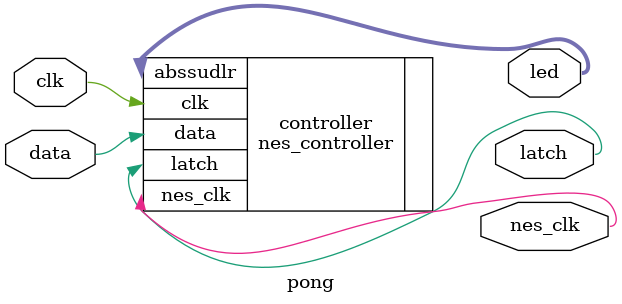
<source format=v>
`timescale 1ns / 1ps


module pong(
    input clk,
    input data,
    output latch,
    output nes_clk,
    output [7:0] led
);

nes_controller controller(
    .clk(clk),
    .data(data),
    .latch(latch),
    .nes_clk(nes_clk),
    .abssudlr(led)
    
);

endmodule

</source>
